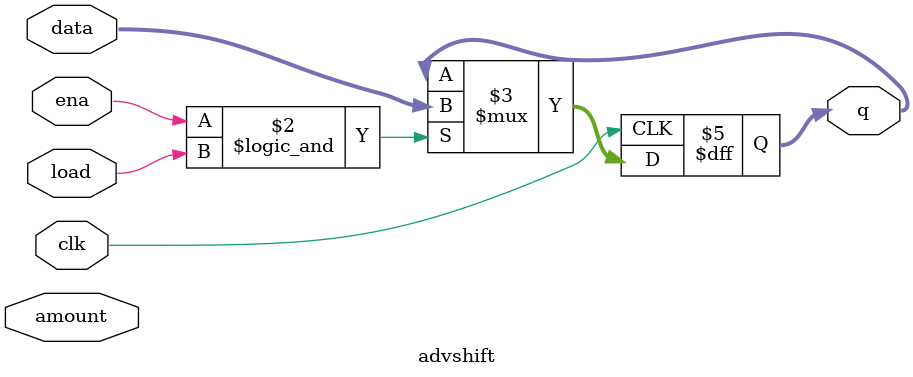
<source format=v>
module advshift(input clk,
input load,
input ena,
input [1:0] amount,
input [63:0] data,
output reg [63:0] q); 
// when load is high, assign data[63:0] to shift register q.
// if ena is high, shift q.
// amount: Chooses which direction and how much to shift.
// 2'b00: shift left by 1 bit.
// 2'b01: shift left by 8 bits.
// 2'b10: shift right by 1 bit.
// 2'b11: shift right by 8 bits.

    always @(posedge clk)
	begin
	if(ena && load)
	begin
	    q <= data;
	end
    end
endmodule

</source>
